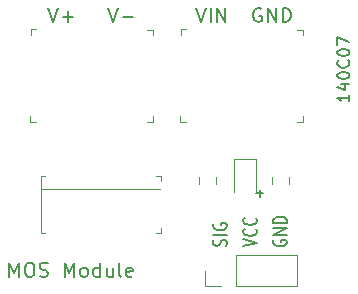
<source format=gbr>
G04 #@! TF.GenerationSoftware,KiCad,Pcbnew,5.1.5-52549c5~86~ubuntu16.04.1*
G04 #@! TF.CreationDate,2020-07-28T22:18:50+05:30*
G04 #@! TF.ProjectId,IRF520_MOSFET_Driver_V1.0,49524635-3230-45f4-9d4f-534645545f44,v1.0*
G04 #@! TF.SameCoordinates,Original*
G04 #@! TF.FileFunction,Legend,Top*
G04 #@! TF.FilePolarity,Positive*
%FSLAX46Y46*%
G04 Gerber Fmt 4.6, Leading zero omitted, Abs format (unit mm)*
G04 Created by KiCad (PCBNEW 5.1.5-52549c5~86~ubuntu16.04.1) date 2020-07-28 22:18:50*
%MOMM*%
%LPD*%
G04 APERTURE LIST*
%ADD10C,0.150000*%
%ADD11C,0.100000*%
%ADD12C,0.120000*%
G04 APERTURE END LIST*
D10*
X140177809Y-79809285D02*
X140746190Y-79809285D01*
X140462000Y-80093476D02*
X140462000Y-79525095D01*
X148026380Y-71461047D02*
X148026380Y-72032476D01*
X148026380Y-71746761D02*
X147026380Y-71746761D01*
X147169238Y-71842000D01*
X147264476Y-71937238D01*
X147312095Y-72032476D01*
X147359714Y-70603904D02*
X148026380Y-70603904D01*
X146978761Y-70842000D02*
X147693047Y-71080095D01*
X147693047Y-70461047D01*
X147026380Y-69889619D02*
X147026380Y-69794380D01*
X147074000Y-69699142D01*
X147121619Y-69651523D01*
X147216857Y-69603904D01*
X147407333Y-69556285D01*
X147645428Y-69556285D01*
X147835904Y-69603904D01*
X147931142Y-69651523D01*
X147978761Y-69699142D01*
X148026380Y-69794380D01*
X148026380Y-69889619D01*
X147978761Y-69984857D01*
X147931142Y-70032476D01*
X147835904Y-70080095D01*
X147645428Y-70127714D01*
X147407333Y-70127714D01*
X147216857Y-70080095D01*
X147121619Y-70032476D01*
X147074000Y-69984857D01*
X147026380Y-69889619D01*
X147931142Y-68556285D02*
X147978761Y-68603904D01*
X148026380Y-68746761D01*
X148026380Y-68842000D01*
X147978761Y-68984857D01*
X147883523Y-69080095D01*
X147788285Y-69127714D01*
X147597809Y-69175333D01*
X147454952Y-69175333D01*
X147264476Y-69127714D01*
X147169238Y-69080095D01*
X147074000Y-68984857D01*
X147026380Y-68842000D01*
X147026380Y-68746761D01*
X147074000Y-68603904D01*
X147121619Y-68556285D01*
X147026380Y-67937238D02*
X147026380Y-67842000D01*
X147074000Y-67746761D01*
X147121619Y-67699142D01*
X147216857Y-67651523D01*
X147407333Y-67603904D01*
X147645428Y-67603904D01*
X147835904Y-67651523D01*
X147931142Y-67699142D01*
X147978761Y-67746761D01*
X148026380Y-67842000D01*
X148026380Y-67937238D01*
X147978761Y-68032476D01*
X147931142Y-68080095D01*
X147835904Y-68127714D01*
X147645428Y-68175333D01*
X147407333Y-68175333D01*
X147216857Y-68127714D01*
X147121619Y-68080095D01*
X147074000Y-68032476D01*
X147026380Y-67937238D01*
X147026380Y-67270571D02*
X147026380Y-66603904D01*
X148026380Y-67032476D01*
X141667000Y-83778761D02*
X141612428Y-83868857D01*
X141612428Y-84004000D01*
X141667000Y-84139142D01*
X141776142Y-84229238D01*
X141885285Y-84274285D01*
X142103571Y-84319333D01*
X142267285Y-84319333D01*
X142485571Y-84274285D01*
X142594714Y-84229238D01*
X142703857Y-84139142D01*
X142758428Y-84004000D01*
X142758428Y-83913904D01*
X142703857Y-83778761D01*
X142649285Y-83733714D01*
X142267285Y-83733714D01*
X142267285Y-83913904D01*
X142758428Y-83328285D02*
X141612428Y-83328285D01*
X142758428Y-82787714D01*
X141612428Y-82787714D01*
X142758428Y-82337238D02*
X141612428Y-82337238D01*
X141612428Y-82112000D01*
X141667000Y-81976857D01*
X141776142Y-81886761D01*
X141885285Y-81841714D01*
X142103571Y-81796666D01*
X142267285Y-81796666D01*
X142485571Y-81841714D01*
X142594714Y-81886761D01*
X142703857Y-81976857D01*
X142758428Y-82112000D01*
X142758428Y-82337238D01*
X139072428Y-84319333D02*
X140218428Y-84004000D01*
X139072428Y-83688666D01*
X140109285Y-82832761D02*
X140163857Y-82877809D01*
X140218428Y-83012952D01*
X140218428Y-83103047D01*
X140163857Y-83238190D01*
X140054714Y-83328285D01*
X139945571Y-83373333D01*
X139727285Y-83418380D01*
X139563571Y-83418380D01*
X139345285Y-83373333D01*
X139236142Y-83328285D01*
X139127000Y-83238190D01*
X139072428Y-83103047D01*
X139072428Y-83012952D01*
X139127000Y-82877809D01*
X139181571Y-82832761D01*
X140109285Y-81886761D02*
X140163857Y-81931809D01*
X140218428Y-82066952D01*
X140218428Y-82157047D01*
X140163857Y-82292190D01*
X140054714Y-82382285D01*
X139945571Y-82427333D01*
X139727285Y-82472380D01*
X139563571Y-82472380D01*
X139345285Y-82427333D01*
X139236142Y-82382285D01*
X139127000Y-82292190D01*
X139072428Y-82157047D01*
X139072428Y-82066952D01*
X139127000Y-81931809D01*
X139181571Y-81886761D01*
X137623857Y-84280523D02*
X137678428Y-84145380D01*
X137678428Y-83920142D01*
X137623857Y-83830047D01*
X137569285Y-83785000D01*
X137460142Y-83739952D01*
X137351000Y-83739952D01*
X137241857Y-83785000D01*
X137187285Y-83830047D01*
X137132714Y-83920142D01*
X137078142Y-84100333D01*
X137023571Y-84190428D01*
X136969000Y-84235476D01*
X136859857Y-84280523D01*
X136750714Y-84280523D01*
X136641571Y-84235476D01*
X136587000Y-84190428D01*
X136532428Y-84100333D01*
X136532428Y-83875095D01*
X136587000Y-83739952D01*
X137678428Y-83334523D02*
X136532428Y-83334523D01*
X136587000Y-82388523D02*
X136532428Y-82478619D01*
X136532428Y-82613761D01*
X136587000Y-82748904D01*
X136696142Y-82839000D01*
X136805285Y-82884047D01*
X137023571Y-82929095D01*
X137187285Y-82929095D01*
X137405571Y-82884047D01*
X137514714Y-82839000D01*
X137623857Y-82748904D01*
X137678428Y-82613761D01*
X137678428Y-82523666D01*
X137623857Y-82388523D01*
X137569285Y-82343476D01*
X137187285Y-82343476D01*
X137187285Y-82523666D01*
X119260000Y-86902857D02*
X119260000Y-85702857D01*
X119660000Y-86560000D01*
X120060000Y-85702857D01*
X120060000Y-86902857D01*
X120860000Y-85702857D02*
X121088571Y-85702857D01*
X121202857Y-85760000D01*
X121317142Y-85874285D01*
X121374285Y-86102857D01*
X121374285Y-86502857D01*
X121317142Y-86731428D01*
X121202857Y-86845714D01*
X121088571Y-86902857D01*
X120860000Y-86902857D01*
X120745714Y-86845714D01*
X120631428Y-86731428D01*
X120574285Y-86502857D01*
X120574285Y-86102857D01*
X120631428Y-85874285D01*
X120745714Y-85760000D01*
X120860000Y-85702857D01*
X121831428Y-86845714D02*
X122002857Y-86902857D01*
X122288571Y-86902857D01*
X122402857Y-86845714D01*
X122460000Y-86788571D01*
X122517142Y-86674285D01*
X122517142Y-86560000D01*
X122460000Y-86445714D01*
X122402857Y-86388571D01*
X122288571Y-86331428D01*
X122060000Y-86274285D01*
X121945714Y-86217142D01*
X121888571Y-86160000D01*
X121831428Y-86045714D01*
X121831428Y-85931428D01*
X121888571Y-85817142D01*
X121945714Y-85760000D01*
X122060000Y-85702857D01*
X122345714Y-85702857D01*
X122517142Y-85760000D01*
X123945714Y-86902857D02*
X123945714Y-85702857D01*
X124345714Y-86560000D01*
X124745714Y-85702857D01*
X124745714Y-86902857D01*
X125488571Y-86902857D02*
X125374285Y-86845714D01*
X125317142Y-86788571D01*
X125260000Y-86674285D01*
X125260000Y-86331428D01*
X125317142Y-86217142D01*
X125374285Y-86160000D01*
X125488571Y-86102857D01*
X125660000Y-86102857D01*
X125774285Y-86160000D01*
X125831428Y-86217142D01*
X125888571Y-86331428D01*
X125888571Y-86674285D01*
X125831428Y-86788571D01*
X125774285Y-86845714D01*
X125660000Y-86902857D01*
X125488571Y-86902857D01*
X126917142Y-86902857D02*
X126917142Y-85702857D01*
X126917142Y-86845714D02*
X126802857Y-86902857D01*
X126574285Y-86902857D01*
X126460000Y-86845714D01*
X126402857Y-86788571D01*
X126345714Y-86674285D01*
X126345714Y-86331428D01*
X126402857Y-86217142D01*
X126460000Y-86160000D01*
X126574285Y-86102857D01*
X126802857Y-86102857D01*
X126917142Y-86160000D01*
X128002857Y-86102857D02*
X128002857Y-86902857D01*
X127488571Y-86102857D02*
X127488571Y-86731428D01*
X127545714Y-86845714D01*
X127660000Y-86902857D01*
X127831428Y-86902857D01*
X127945714Y-86845714D01*
X128002857Y-86788571D01*
X128745714Y-86902857D02*
X128631428Y-86845714D01*
X128574285Y-86731428D01*
X128574285Y-85702857D01*
X129660000Y-86845714D02*
X129545714Y-86902857D01*
X129317142Y-86902857D01*
X129202857Y-86845714D01*
X129145714Y-86731428D01*
X129145714Y-86274285D01*
X129202857Y-86160000D01*
X129317142Y-86102857D01*
X129545714Y-86102857D01*
X129660000Y-86160000D01*
X129717142Y-86274285D01*
X129717142Y-86388571D01*
X129145714Y-86502857D01*
X140569809Y-64174000D02*
X140456285Y-64117238D01*
X140286000Y-64117238D01*
X140115714Y-64174000D01*
X140002190Y-64287523D01*
X139945428Y-64401047D01*
X139888666Y-64628095D01*
X139888666Y-64798380D01*
X139945428Y-65025428D01*
X140002190Y-65138952D01*
X140115714Y-65252476D01*
X140286000Y-65309238D01*
X140399523Y-65309238D01*
X140569809Y-65252476D01*
X140626571Y-65195714D01*
X140626571Y-64798380D01*
X140399523Y-64798380D01*
X141137428Y-65309238D02*
X141137428Y-64117238D01*
X141818571Y-65309238D01*
X141818571Y-64117238D01*
X142386190Y-65309238D02*
X142386190Y-64117238D01*
X142670000Y-64117238D01*
X142840285Y-64174000D01*
X142953809Y-64287523D01*
X143010571Y-64401047D01*
X143067333Y-64628095D01*
X143067333Y-64798380D01*
X143010571Y-65025428D01*
X142953809Y-65138952D01*
X142840285Y-65252476D01*
X142670000Y-65309238D01*
X142386190Y-65309238D01*
X135092476Y-64117238D02*
X135489809Y-65309238D01*
X135887142Y-64117238D01*
X136284476Y-65309238D02*
X136284476Y-64117238D01*
X136852095Y-65309238D02*
X136852095Y-64117238D01*
X137533238Y-65309238D01*
X137533238Y-64117238D01*
X127642761Y-64117238D02*
X128040095Y-65309238D01*
X128437428Y-64117238D01*
X128834761Y-64855142D02*
X129742952Y-64855142D01*
X122562761Y-64117238D02*
X122960095Y-65309238D01*
X123357428Y-64117238D01*
X123754761Y-64855142D02*
X124662952Y-64855142D01*
X124208857Y-65309238D02*
X124208857Y-64401047D01*
D11*
X131428000Y-73750000D02*
X130928000Y-73750000D01*
X131428000Y-73750000D02*
X131428000Y-73250000D01*
X131428000Y-66450000D02*
X131428000Y-65950000D01*
X131428000Y-65950000D02*
X130928000Y-65950000D01*
X121050000Y-66430000D02*
X121050000Y-65930000D01*
X121050000Y-65930000D02*
X121550000Y-65930000D01*
X121040000Y-73750000D02*
X121040000Y-73250000D01*
X121040000Y-73750000D02*
X121540000Y-73750000D01*
X144128000Y-73750000D02*
X143628000Y-73750000D01*
X144128000Y-73750000D02*
X144128000Y-73250000D01*
X144128000Y-66450000D02*
X144128000Y-65950000D01*
X144128000Y-65950000D02*
X143628000Y-65950000D01*
X133750000Y-66430000D02*
X133750000Y-65930000D01*
X133750000Y-65930000D02*
X134250000Y-65930000D01*
X133740000Y-73750000D02*
X133740000Y-73250000D01*
X133740000Y-73750000D02*
X134240000Y-73750000D01*
D12*
X135830000Y-87690000D02*
X135830000Y-86360000D01*
X137160000Y-87690000D02*
X135830000Y-87690000D01*
X138430000Y-87690000D02*
X138430000Y-85030000D01*
X138430000Y-85030000D02*
X143570000Y-85030000D01*
X138430000Y-87690000D02*
X143570000Y-87690000D01*
X143570000Y-87690000D02*
X143570000Y-85030000D01*
X140160000Y-79740000D02*
X140160000Y-76880000D01*
X140160000Y-76880000D02*
X138240000Y-76880000D01*
X138240000Y-76880000D02*
X138240000Y-79740000D01*
D11*
X121900000Y-79482000D02*
X132000000Y-79482000D01*
X132100000Y-83172000D02*
X132100000Y-82772000D01*
X132100000Y-83172000D02*
X131700000Y-83172000D01*
X121900000Y-83172000D02*
X121900000Y-78772000D01*
X121900000Y-83172000D02*
X122300000Y-83172000D01*
X121900000Y-78372000D02*
X121900000Y-78772000D01*
X121900000Y-78372000D02*
X122300000Y-78372000D01*
X131700000Y-78372000D02*
X132100000Y-78372000D01*
X132100000Y-78372000D02*
X132100000Y-78772000D01*
D12*
X135290000Y-79001252D02*
X135290000Y-78478748D01*
X136710000Y-79001252D02*
X136710000Y-78478748D01*
X141530000Y-78478748D02*
X141530000Y-79001252D01*
X142950000Y-78478748D02*
X142950000Y-79001252D01*
M02*

</source>
